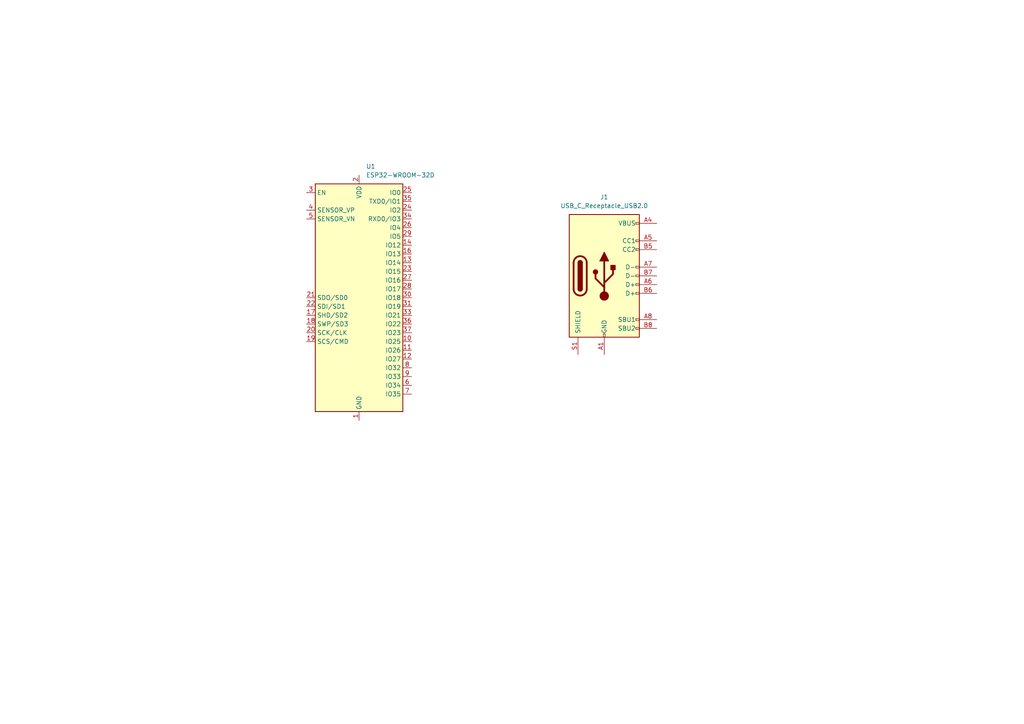
<source format=kicad_sch>
(kicad_sch (version 20211123) (generator eeschema)
  (paper "A4")
  (lib_symbols
    (symbol "Connector:USB_C_Receptacle_USB2.0" (pin_names (offset 1.016))
      (property "Reference" "J" (at -10.16 19.05 0))
      (property "Value" "USB_C_Receptacle_USB2.0" (at 19.05 19.05 0))
      (symbol "USB_C_Receptacle_USB2.0_0_0"
        (rectangle (start -0.254 -17.78) (end 0.254 -16.764))
        (rectangle (start 10.16 -14.986) (end 9.144 -15.494))
        (rectangle (start 10.16 -12.446) (end 9.144 -12.954))
        (rectangle (start 10.16 -4.826) (end 9.144 -5.334))
        (rectangle (start 10.16 -2.286) (end 9.144 -2.794))
        (rectangle (start 10.16 0.254) (end 9.144 -0.254))
        (rectangle (start 10.16 2.794) (end 9.144 2.286))
        (rectangle (start 10.16 7.874) (end 9.144 7.366))
        (rectangle (start 10.16 10.414) (end 9.144 9.906))
        (rectangle (start 10.16 15.494) (end 9.144 14.986))
      )
      (symbol "USB_C_Receptacle_USB2.0_0_1"
        (rectangle (start -10.16 17.78) (end 10.16 -17.78) (stroke (width 0.254)) (fill (type background)))
        (arc (start -8.89 -3.81) (mid -6.985 -5.715) (end -5.08 -3.81) (stroke (width 0.508)))
        (arc (start -7.62 -3.81) (mid -6.985 -4.445) (end -6.35 -3.81) (stroke (width 0.254)))
        (arc (start -7.62 -3.81) (mid -6.985 -4.445) (end -6.35 -3.81) (stroke (width 0.254)) (fill (type outline)))
        (rectangle (start -7.62 -3.81) (end -6.35 3.81) (stroke (width 0.254)) (fill (type outline)))
        (arc (start -6.35 3.81) (mid -6.985 4.445) (end -7.62 3.81) (stroke (width 0.254)))
        (arc (start -6.35 3.81) (mid -6.985 4.445) (end -7.62 3.81) (stroke (width 0.254)) (fill (type outline)))
        (arc (start -5.08 3.81) (mid -6.985 5.715) (end -8.89 3.81) (stroke (width 0.508)))
        (circle (center -2.54 1.143) (radius 0.635) (stroke (width 0.254)) (fill (type outline)))
        (circle (center 0 -5.842) (radius 1.27) (fill (type outline)))
        (polyline (pts (xy -8.89 -3.81) (xy -8.89 3.81)) (stroke (width 0.508)))
        (polyline (pts (xy -5.08 3.81) (xy -5.08 -3.81)) (stroke (width 0.508)))
        (polyline (pts (xy 0 -5.842) (xy 0 4.318)) (stroke (width 0.508)))
        (polyline (pts (xy 0 -3.302) (xy -2.54 -0.762) (xy -2.54 0.508)) (stroke (width 0.508)))
        (polyline (pts (xy 0 -2.032) (xy 2.54 0.508) (xy 2.54 1.778)) (stroke (width 0.508)))
        (polyline (pts (xy -1.27 4.318) (xy 0 6.858) (xy 1.27 4.318) (xy -1.27 4.318)) (stroke (width 0.254)) (fill (type outline)))
        (rectangle (start 1.905 1.778) (end 3.175 3.048) (stroke (width 0.254)) (fill (type outline)))
      )
      (symbol "USB_C_Receptacle_USB2.0_1_1"
        (pin passive line (at 0 -22.86 90) (length 5.08) (name "GND") (number "A1"))
        (pin passive line (at 0 -22.86 90) (length 5.08) hide (name "GND") (number "A12"))
        (pin passive line (at 15.24 15.24 180) (length 5.08) (name "VBUS") (number "A4"))
        (pin bidirectional line (at 15.24 10.16 180) (length 5.08) (name "CC1") (number "A5"))
        (pin bidirectional line (at 15.24 -2.54 180) (length 5.08) (name "D+") (number "A6"))
        (pin bidirectional line (at 15.24 2.54 180) (length 5.08) (name "D-") (number "A7"))
        (pin bidirectional line (at 15.24 -12.7 180) (length 5.08) (name "SBU1") (number "A8"))
        (pin passive line (at 15.24 15.24 180) (length 5.08) hide (name "VBUS") (number "A9"))
        (pin passive line (at 0 -22.86 90) (length 5.08) hide (name "GND") (number "B1"))
        (pin passive line (at 0 -22.86 90) (length 5.08) hide (name "GND") (number "B12"))
        (pin passive line (at 15.24 15.24 180) (length 5.08) hide (name "VBUS") (number "B4"))
        (pin bidirectional line (at 15.24 7.62 180) (length 5.08) (name "CC2") (number "B5"))
        (pin bidirectional line (at 15.24 -5.08 180) (length 5.08) (name "D+") (number "B6"))
        (pin bidirectional line (at 15.24 0 180) (length 5.08) (name "D-") (number "B7"))
        (pin bidirectional line (at 15.24 -15.24 180) (length 5.08) (name "SBU2") (number "B8"))
        (pin passive line (at 15.24 15.24 180) (length 5.08) hide (name "VBUS") (number "B9"))
        (pin passive line (at -7.62 -22.86 90) (length 5.08) (name "SHIELD") (number "S1"))
      )
    )
    (symbol "RF_Module:ESP32-WROOM-32D"
      (property "Reference" "U" (at -12.7 34.29 0))
      (property "Value" "ESP32-WROOM-32D" (at 1.27 34.29 0))
      (symbol "ESP32-WROOM-32D_0_1"
        (rectangle (start -12.7 33.02) (end 12.7 -33.02) (stroke (width 0.254)) (fill (type background)))
      )
      (symbol "ESP32-WROOM-32D_1_1"
        (pin power_in line (at 0 -35.56 90) (length 2.54) (name "GND") (number "1"))
        (pin bidirectional line (at 15.24 -12.7 180) (length 2.54) (name "IO25") (number "10"))
        (pin bidirectional line (at 15.24 -15.24 180) (length 2.54) (name "IO26") (number "11"))
        (pin bidirectional line (at 15.24 -17.78 180) (length 2.54) (name "IO27") (number "12"))
        (pin bidirectional line (at 15.24 10.16 180) (length 2.54) (name "IO14") (number "13"))
        (pin bidirectional line (at 15.24 15.24 180) (length 2.54) (name "IO12") (number "14"))
        (pin passive line (at 0 -35.56 90) (length 2.54) hide (name "GND") (number "15"))
        (pin bidirectional line (at 15.24 12.7 180) (length 2.54) (name "IO13") (number "16"))
        (pin bidirectional line (at -15.24 -5.08 0) (length 2.54) (name "SHD/SD2") (number "17"))
        (pin bidirectional line (at -15.24 -7.62 0) (length 2.54) (name "SWP/SD3") (number "18"))
        (pin bidirectional line (at -15.24 -12.7 0) (length 2.54) (name "SCS/CMD") (number "19"))
        (pin power_in line (at 0 35.56 270) (length 2.54) (name "VDD") (number "2"))
        (pin bidirectional line (at -15.24 -10.16 0) (length 2.54) (name "SCK/CLK") (number "20"))
        (pin bidirectional line (at -15.24 0 0) (length 2.54) (name "SDO/SD0") (number "21"))
        (pin bidirectional line (at -15.24 -2.54 0) (length 2.54) (name "SDI/SD1") (number "22"))
        (pin bidirectional line (at 15.24 7.62 180) (length 2.54) (name "IO15") (number "23"))
        (pin bidirectional line (at 15.24 25.4 180) (length 2.54) (name "IO2") (number "24"))
        (pin bidirectional line (at 15.24 30.48 180) (length 2.54) (name "IO0") (number "25"))
        (pin bidirectional line (at 15.24 20.32 180) (length 2.54) (name "IO4") (number "26"))
        (pin bidirectional line (at 15.24 5.08 180) (length 2.54) (name "IO16") (number "27"))
        (pin bidirectional line (at 15.24 2.54 180) (length 2.54) (name "IO17") (number "28"))
        (pin bidirectional line (at 15.24 17.78 180) (length 2.54) (name "IO5") (number "29"))
        (pin input line (at -15.24 30.48 0) (length 2.54) (name "EN") (number "3"))
        (pin bidirectional line (at 15.24 0 180) (length 2.54) (name "IO18") (number "30"))
        (pin bidirectional line (at 15.24 -2.54 180) (length 2.54) (name "IO19") (number "31"))
        (pin no_connect line (at -12.7 -27.94 0) (length 2.54) hide (name "NC") (number "32"))
        (pin bidirectional line (at 15.24 -5.08 180) (length 2.54) (name "IO21") (number "33"))
        (pin bidirectional line (at 15.24 22.86 180) (length 2.54) (name "RXD0/IO3") (number "34"))
        (pin bidirectional line (at 15.24 27.94 180) (length 2.54) (name "TXD0/IO1") (number "35"))
        (pin bidirectional line (at 15.24 -7.62 180) (length 2.54) (name "IO22") (number "36"))
        (pin bidirectional line (at 15.24 -10.16 180) (length 2.54) (name "IO23") (number "37"))
        (pin passive line (at 0 -35.56 90) (length 2.54) hide (name "GND") (number "38"))
        (pin passive line (at 0 -35.56 90) (length 2.54) hide (name "GND") (number "39"))
        (pin input line (at -15.24 25.4 0) (length 2.54) (name "SENSOR_VP") (number "4"))
        (pin input line (at -15.24 22.86 0) (length 2.54) (name "SENSOR_VN") (number "5"))
        (pin input line (at 15.24 -25.4 180) (length 2.54) (name "IO34") (number "6"))
        (pin input line (at 15.24 -27.94 180) (length 2.54) (name "IO35") (number "7"))
        (pin bidirectional line (at 15.24 -20.32 180) (length 2.54) (name "IO32") (number "8"))
        (pin bidirectional line (at 15.24 -22.86 180) (length 2.54) (name "IO33") (number "9"))
      )
    )
  )
  (symbol (lib_id "RF_Module:ESP32-WROOM-32D") (at 104.14 86.36 0) (unit 1)
    (property "Reference" "U1" (at 106.1594 48.26 0) (effects (justify left)))
    (property "Value" "ESP32-WROOM-32D" (at 106.1594 50.8 0) (effects (justify left)))
    (property "Footprint" "RF_Module:ESP32-WROOM-32" (effects hide))
    (property "Datasheet" "https://www.espressif.com/sites/default/files/documentation/esp32-wroom-32d_esp32-wroom-32u_datasheet_en.pdf" (effects hide))
  )
  (symbol (lib_id "Connector:USB_C_Receptacle_USB2.0") (at 175.26 80.01 0) (unit 1)
    (property "Reference" "J1" (at 175.26 57.15 0))
    (property "Value" "USB_C_Receptacle_USB2.0" (at 175.26 59.69 0))
    (property "Footprint" "taki:918-418K2023S40024" (effects hide))
    (property "Datasheet" "https://www.usb.org/sites/default/files/documents/usb_type-c.zip" (effects hide))
  )
)
</source>
